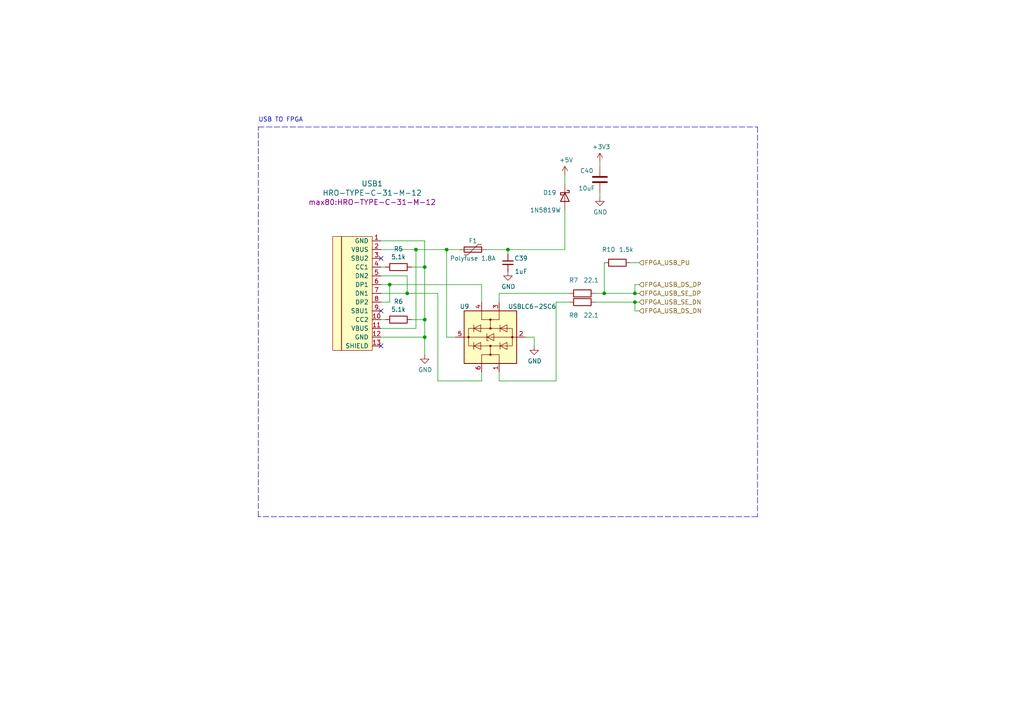
<source format=kicad_sch>
(kicad_sch (version 20211123) (generator eeschema)
  (paper "A4")
  (title_block (title "MAX80") (date "2021-02-22") (rev "0.01") (company "Peter o Per"))
  (lib_symbols
    (symbol "Device:C" (pin_numbers hide) (pin_names (offset 0.254))
      (property "Reference" "C" (at 0.635 2.54 0))
      (property "Value" "Device_C" (at 0.635 -2.54 0))
      (symbol "C_0_1"
        (polyline (pts (xy -2.032 -0.762) (xy 2.032 -0.762)) (stroke (width 0.508)))
        (polyline (pts (xy -2.032 0.762) (xy 2.032 0.762)) (stroke (width 0.508)))
      )
      (symbol "C_1_1"
        (pin passive line (at 0 3.81 270) (length 2.794) (name "~") (number "1"))
        (pin passive line (at 0 -3.81 90) (length 2.794) (name "~") (number "2"))
      )
    )
    (symbol "Device:C_Small" (pin_numbers hide) (pin_names (offset 0.254) hide)
      (property "Reference" "C" (at 0.254 1.778 0))
      (property "Value" "Device_C_Small" (at 0.254 -2.032 0))
      (symbol "C_Small_0_1"
        (polyline (pts (xy -1.524 -0.508) (xy 1.524 -0.508)) (stroke (width 0.3302)))
        (polyline (pts (xy -1.524 0.508) (xy 1.524 0.508)) (stroke (width 0.3048)))
      )
      (symbol "C_Small_1_1"
        (pin passive line (at 0 2.54 270) (length 2.032) (name "~") (number "1"))
        (pin passive line (at 0 -2.54 90) (length 2.032) (name "~") (number "2"))
      )
    )
    (symbol "Device:D_Schottky" (pin_numbers hide) (pin_names (offset 1.016) hide)
      (property "Reference" "D" (at 0 2.54 0))
      (property "Value" "Device_D_Schottky" (at 0 -2.54 0))
      (symbol "D_Schottky_0_1"
        (polyline (pts (xy 1.27 0) (xy -1.27 0)))
        (polyline (pts (xy 1.27 1.27) (xy 1.27 -1.27) (xy -1.27 0) (xy 1.27 1.27)) (stroke (width 0.254)))
        (polyline (pts (xy -1.905 0.635) (xy -1.905 1.27) (xy -1.27 1.27) (xy -1.27 -1.27) (xy -0.635 -1.27) (xy -0.635 -0.635)) (stroke (width 0.254)))
      )
      (symbol "D_Schottky_1_1"
        (pin passive line (at -3.81 0 0) (length 2.54) (name "K") (number "1"))
        (pin passive line (at 3.81 0 180) (length 2.54) (name "A") (number "2"))
      )
    )
    (symbol "Device:Polyfuse" (pin_numbers hide) (pin_names (offset 0))
      (property "Reference" "F" (at -2.54 0 90))
      (property "Value" "Device_Polyfuse" (at 2.54 0 90))
      (symbol "Polyfuse_0_1"
        (rectangle (start -0.762 2.54) (end 0.762 -2.54) (stroke (width 0.254)))
        (polyline (pts (xy 0 2.54) (xy 0 -2.54)))
        (polyline (pts (xy -1.524 2.54) (xy -1.524 1.524) (xy 1.524 -1.524) (xy 1.524 -2.54)))
      )
      (symbol "Polyfuse_1_1"
        (pin passive line (at 0 3.81 270) (length 1.27) (name "~") (number "1"))
        (pin passive line (at 0 -3.81 90) (length 1.27) (name "~") (number "2"))
      )
    )
    (symbol "Device:R" (pin_numbers hide) (pin_names (offset 0))
      (property "Reference" "R" (at 2.032 0 90))
      (property "Value" "Device_R" (at 0 0 90))
      (symbol "R_0_1"
        (rectangle (start -1.016 -2.54) (end 1.016 2.54) (stroke (width 0.254)))
      )
      (symbol "R_1_1"
        (pin passive line (at 0 3.81 270) (length 1.27) (name "~") (number "1"))
        (pin passive line (at 0 -3.81 90) (length 1.27) (name "~") (number "2"))
      )
    )
    (symbol "Power_Protection:USBLC6-2SC6" (pin_names hide)
      (property "Reference" "U" (at 2.54 8.89 0))
      (property "Value" "Power_Protection_USBLC6-2SC6" (at 2.54 -8.89 0))
      (symbol "USBLC6-2SC6_0_1"
        (rectangle (start -7.62 -7.62) (end 7.62 7.62) (stroke (width 0.254)) (fill (type background)))
        (circle (center -5.08 0) (radius 0.254) (fill (type outline)))
        (circle (center -2.54 0) (radius 0.254) (fill (type outline)))
        (rectangle (start -2.54 6.35) (end 2.54 -6.35))
        (circle (center 0 -6.35) (radius 0.254) (fill (type outline)))
        (polyline (pts (xy -5.08 -2.54) (xy -7.62 -2.54)))
        (polyline (pts (xy -5.08 0) (xy -5.08 -2.54)))
        (polyline (pts (xy -5.08 2.54) (xy -7.62 2.54)))
        (polyline (pts (xy -1.524 -2.794) (xy -3.556 -2.794)))
        (polyline (pts (xy -1.524 4.826) (xy -3.556 4.826)))
        (polyline (pts (xy 0 -7.62) (xy 0 -6.35)))
        (polyline (pts (xy 0 -6.35) (xy 0 1.27)))
        (polyline (pts (xy 0 1.27) (xy 0 6.35)))
        (polyline (pts (xy 0 6.35) (xy 0 7.62)))
        (polyline (pts (xy 1.524 -2.794) (xy 3.556 -2.794)))
        (polyline (pts (xy 1.524 4.826) (xy 3.556 4.826)))
        (polyline (pts (xy 5.08 -2.54) (xy 7.62 -2.54)))
        (polyline (pts (xy 5.08 0) (xy 5.08 -2.54)))
        (polyline (pts (xy 5.08 2.54) (xy 7.62 2.54)))
        (polyline (pts (xy -2.54 0) (xy -5.08 0) (xy -5.08 2.54)))
        (polyline (pts (xy 2.54 0) (xy 5.08 0) (xy 5.08 2.54)))
        (polyline (pts (xy -3.556 -4.826) (xy -1.524 -4.826) (xy -2.54 -2.794) (xy -3.556 -4.826)))
        (polyline (pts (xy -3.556 2.794) (xy -1.524 2.794) (xy -2.54 4.826) (xy -3.556 2.794)))
        (polyline (pts (xy -1.016 -1.016) (xy 1.016 -1.016) (xy 0 1.016) (xy -1.016 -1.016)))
        (polyline (pts (xy 1.016 1.016) (xy 0.762 1.016) (xy -1.016 1.016) (xy -1.016 0.508)))
        (polyline (pts (xy 3.556 -4.826) (xy 1.524 -4.826) (xy 2.54 -2.794) (xy 3.556 -4.826)))
        (polyline (pts (xy 3.556 2.794) (xy 1.524 2.794) (xy 2.54 4.826) (xy 3.556 2.794)))
        (circle (center 0 6.35) (radius 0.254) (fill (type outline)))
        (circle (center 2.54 0) (radius 0.254) (fill (type outline)))
        (circle (center 5.08 0) (radius 0.254) (fill (type outline)))
      )
      (symbol "USBLC6-2SC6_1_1"
        (pin passive line (at -10.16 -2.54 0) (length 2.54) (name "I/O1") (number "1"))
        (pin passive line (at 0 -10.16 90) (length 2.54) (name "GND") (number "2"))
        (pin passive line (at 10.16 -2.54 180) (length 2.54) (name "I/O2") (number "3"))
        (pin passive line (at 10.16 2.54 180) (length 2.54) (name "I/O2") (number "4"))
        (pin passive line (at 0 10.16 270) (length 2.54) (name "VBUS") (number "5"))
        (pin passive line (at -10.16 2.54 0) (length 2.54) (name "I/O1") (number "6"))
      )
    )
    (symbol "max80:HRO-TYPE-C-31-M-12" (pin_names (offset 1.016))
      (property "Reference" "USB" (at -5.08 16.51 0))
      (property "Value" "HRO-TYPE-C-31-M-12" (at -10.16 -1.27 90))
      (symbol "HRO-TYPE-C-31-M-12_0_1"
        (rectangle (start -11.43 15.24) (end -8.89 -17.78) (fill (type background)))
        (rectangle (start 0 -17.78) (end -8.89 15.24) (fill (type background)))
      )
      (symbol "HRO-TYPE-C-31-M-12_1_1"
        (pin input line (at 2.54 13.97 180) (length 2.54) (name "GND") (number "1"))
        (pin input line (at 2.54 -8.89 180) (length 2.54) (name "CC2") (number "10"))
        (pin input line (at 2.54 -11.43 180) (length 2.54) (name "VBUS") (number "11"))
        (pin input line (at 2.54 -13.97 180) (length 2.54) (name "GND") (number "12"))
        (pin input line (at 2.54 -16.51 180) (length 2.54) (name "SHIELD") (number "13"))
        (pin input line (at 2.54 11.43 180) (length 2.54) (name "VBUS") (number "2"))
        (pin input line (at 2.54 8.89 180) (length 2.54) (name "SBU2") (number "3"))
        (pin input line (at 2.54 6.35 180) (length 2.54) (name "CC1") (number "4"))
        (pin input line (at 2.54 3.81 180) (length 2.54) (name "DN2") (number "5"))
        (pin input line (at 2.54 1.27 180) (length 2.54) (name "DP1") (number "6"))
        (pin input line (at 2.54 -1.27 180) (length 2.54) (name "DN1") (number "7"))
        (pin input line (at 2.54 -3.81 180) (length 2.54) (name "DP2") (number "8"))
        (pin input line (at 2.54 -6.35 180) (length 2.54) (name "SBU1") (number "9"))
      )
    )
    (symbol "power:+3.3V" (power) (pin_names (offset 0))
      (property "Value" "power_+3.3V" (at 0 3.556 0))
      (symbol "+3.3V_0_1"
        (polyline (pts (xy -0.762 1.27) (xy 0 2.54)))
        (polyline (pts (xy 0 0) (xy 0 2.54)))
        (polyline (pts (xy 0 2.54) (xy 0.762 1.27)))
      )
      (symbol "+3.3V_1_1"
        (pin power_in line (at 0 0 90) (length 0) hide (name "+3V3") (number "1"))
      )
    )
    (symbol "power:+5V" (power) (pin_names (offset 0))
      (property "Value" "power_+5V" (at 0 3.556 0))
      (symbol "+5V_0_1"
        (polyline (pts (xy -0.762 1.27) (xy 0 2.54)))
        (polyline (pts (xy 0 0) (xy 0 2.54)))
        (polyline (pts (xy 0 2.54) (xy 0.762 1.27)))
      )
      (symbol "+5V_1_1"
        (pin power_in line (at 0 0 90) (length 0) hide (name "+5V") (number "1"))
      )
    )
    (symbol "power:GND" (power) (pin_names (offset 0))
      (property "Value" "power_GND" (at 0 -3.81 0))
      (symbol "GND_0_1"
        (polyline (pts (xy 0 0) (xy 0 -1.27) (xy 1.27 -1.27) (xy 0 -2.54) (xy -1.27 -1.27) (xy 0 -1.27)))
      )
      (symbol "GND_1_1"
        (pin power_in line (at 0 0 270) (length 0) hide (name "GND") (number "1"))
      )
    )
  )
  (junction (at 120.65 72.39))
  (junction (at 123.19 92.71))
  (junction (at 147.32 72.39))
  (junction (at 123.19 77.47))
  (junction (at 129.54 72.39))
  (junction (at 113.03 82.55))
  (junction (at 123.19 97.79))
  (junction (at 184.15 85.09))
  (junction (at 184.15 87.63))
  (junction (at 118.11 85.09))
  (junction (at 175.26 85.09))
  (no_connect (at 110.49 100.33))
  (no_connect (at 110.49 90.17))
  (no_connect (at 110.49 74.93))
  (wire (pts (xy 184.15 82.55) (xy 185.42 82.55)))
  (polyline (pts (xy 219.71 36.83) (xy 219.71 149.86)))
  (wire (pts (xy 139.7 110.49) (xy 139.7 107.95)))
  (wire (pts (xy 129.54 97.79) (xy 132.08 97.79)))
  (wire (pts (xy 113.03 82.55) (xy 139.7 82.55)))
  (wire (pts (xy 110.49 69.85) (xy 123.19 69.85)))
  (wire (pts (xy 110.49 87.63) (xy 113.03 87.63)))
  (wire (pts (xy 123.19 69.85) (xy 123.19 77.47)))
  (wire (pts (xy 140.97 72.39) (xy 147.32 72.39)))
  (wire (pts (xy 120.65 72.39) (xy 120.65 95.25)))
  (wire (pts (xy 119.38 77.47) (xy 123.19 77.47)))
  (wire (pts (xy 172.72 85.09) (xy 175.26 85.09)))
  (wire (pts (xy 144.78 85.09) (xy 165.1 85.09)))
  (wire (pts (xy 172.72 87.63) (xy 184.15 87.63)))
  (wire (pts (xy 152.4 97.79) (xy 154.94 97.79)))
  (wire (pts (xy 184.15 85.09) (xy 184.15 82.55)))
  (polyline (pts (xy 219.71 149.86) (xy 74.93 149.86)))
  (wire (pts (xy 110.49 80.01) (xy 118.11 80.01)))
  (wire (pts (xy 173.99 46.99) (xy 173.99 48.26)))
  (wire (pts (xy 110.49 72.39) (xy 120.65 72.39)))
  (polyline (pts (xy 74.93 149.86) (xy 74.93 36.83)))
  (wire (pts (xy 147.32 72.39) (xy 163.83 72.39)))
  (wire (pts (xy 123.19 77.47) (xy 123.19 92.71)))
  (wire (pts (xy 129.54 97.79) (xy 129.54 72.39)))
  (wire (pts (xy 123.19 92.71) (xy 123.19 97.79)))
  (wire (pts (xy 184.15 85.09) (xy 185.42 85.09)))
  (wire (pts (xy 144.78 87.63) (xy 144.78 85.09)))
  (wire (pts (xy 127 85.09) (xy 127 110.49)))
  (wire (pts (xy 175.26 76.2) (xy 175.26 85.09)))
  (wire (pts (xy 182.88 76.2) (xy 185.42 76.2)))
  (wire (pts (xy 184.15 90.17) (xy 185.42 90.17)))
  (wire (pts (xy 110.49 85.09) (xy 118.11 85.09)))
  (wire (pts (xy 110.49 82.55) (xy 113.03 82.55)))
  (wire (pts (xy 110.49 77.47) (xy 111.76 77.47)))
  (wire (pts (xy 119.38 92.71) (xy 123.19 92.71)))
  (wire (pts (xy 118.11 85.09) (xy 127 85.09)))
  (wire (pts (xy 163.83 50.8) (xy 163.83 53.34)))
  (wire (pts (xy 120.65 72.39) (xy 129.54 72.39)))
  (wire (pts (xy 129.54 72.39) (xy 133.35 72.39)))
  (wire (pts (xy 123.19 97.79) (xy 123.19 102.87)))
  (wire (pts (xy 118.11 80.01) (xy 118.11 85.09)))
  (wire (pts (xy 144.78 110.49) (xy 144.78 107.95)))
  (wire (pts (xy 175.26 85.09) (xy 184.15 85.09)))
  (polyline (pts (xy 74.93 36.83) (xy 219.71 36.83)))
  (wire (pts (xy 144.78 110.49) (xy 161.29 110.49)))
  (wire (pts (xy 163.83 60.96) (xy 163.83 72.39)))
  (wire (pts (xy 161.29 87.63) (xy 165.1 87.63)))
  (wire (pts (xy 139.7 82.55) (xy 139.7 87.63)))
  (wire (pts (xy 110.49 92.71) (xy 111.76 92.71)))
  (wire (pts (xy 110.49 97.79) (xy 123.19 97.79)))
  (wire (pts (xy 161.29 110.49) (xy 161.29 87.63)))
  (wire (pts (xy 184.15 87.63) (xy 184.15 90.17)))
  (wire (pts (xy 147.32 72.39) (xy 147.32 73.66)))
  (wire (pts (xy 154.94 97.79) (xy 154.94 100.33)))
  (wire (pts (xy 110.49 95.25) (xy 120.65 95.25)))
  (wire (pts (xy 173.99 55.88) (xy 173.99 57.15)))
  (wire (pts (xy 184.15 87.63) (xy 185.42 87.63)))
  (wire (pts (xy 113.03 87.63) (xy 113.03 82.55)))
  (wire (pts (xy 127 110.49) (xy 139.7 110.49)))
  (text "USB TO FPGA" (at 74.93 35.56 0) (effects (font (size 1.27 1.27)) (justify left bottom)))
  (hierarchical_label "FPGA_USB_SE_DN" (shape input) (at 185.42 87.63 0))
  (hierarchical_label "FPGA_USB_DS_DP" (shape input) (at 185.42 82.55 0))
  (hierarchical_label "FPGA_USB_SE_DP" (shape input) (at 185.42 85.09 0))
  (hierarchical_label "FPGA_USB_PU" (shape input) (at 185.42 76.2 0))
  (hierarchical_label "FPGA_USB_DS_DN" (shape input) (at 185.42 90.17 0))
  (symbol (lib_id "power:GND") (at 173.99 57.15 0) (unit 1)
    (property "Reference" "#PWR016" (effects hide))
    (property "Value" "GND" (at 174.117 61.5442 0))
  )
  (symbol (lib_id "power:GND") (at 147.32 78.74 0) (unit 1)
    (property "Reference" "#PWR013" (effects hide))
    (property "Value" "GND" (at 147.447 83.1342 0))
  )
  (symbol (lib_id "power:GND") (at 154.94 100.33 0) (unit 1)
    (property "Reference" "#PWR015" (effects hide))
    (property "Value" "GND" (at 155.067 104.7242 0))
  )
  (symbol (lib_id "Device:D_Schottky") (at 163.83 57.15 270) (unit 1)
    (property "Reference" "D19" (at 157.48 55.88 90) (effects (justify left)))
    (property "Value" "1N5819W" (at 153.67 60.96 90) (effects (justify left)))
    (property "Footprint" "Diode_SMD:D_SOD-123" (effects hide))
    (property "LCSC" "C963381" (effects hide))
  )
  (symbol (lib_id "power:+5V") (at 163.83 50.8 0) (unit 1)
    (property "Reference" "#PWR0155" (effects hide))
    (property "Value" "+5V" (at 164.211 46.4058 0))
  )
  (symbol (lib_id "power:GND") (at 123.19 102.87 0) (unit 1)
    (property "Reference" "#PWR011" (effects hide))
    (property "Value" "GND" (at 123.317 107.2642 0))
  )
  (symbol (lib_id "Device:R") (at 115.57 92.71 270) (unit 1)
    (property "Reference" "R6" (at 115.57 87.4522 90))
    (property "Value" "5.1k" (at 115.57 89.7636 90))
    (property "Footprint" "Resistor_SMD:R_0402_1005Metric" (effects hide))
    (property "LCSC" "C25905" (effects hide))
  )
  (symbol (lib_id "Device:R") (at 115.57 77.47 270) (unit 1)
    (property "Reference" "R5" (at 115.57 72.2122 90))
    (property "Value" "5.1k" (at 115.57 74.5236 90))
    (property "Footprint" "Resistor_SMD:R_0402_1005Metric" (effects hide))
    (property "LCSC" "C25905" (effects hide))
  )
  (symbol (lib_id "max80:HRO-TYPE-C-31-M-12") (at 107.95 83.82 0) (unit 1)
    (property "Reference" "USB1" (at 107.95 53.2638 0) (effects (font (size 1.524 1.524))))
    (property "Value" "HRO-TYPE-C-31-M-12" (at 107.95 55.9562 0) (effects (font (size 1.524 1.524))))
    (property "Footprint" "max80:HRO-TYPE-C-31-M-12" (at 107.95 58.6486 0) (effects (font (size 1.524 1.524))))
    (property "Datasheet" "https://datasheet.lcsc.com/szlcsc/1811131825_Korean-Hroparts-Elec-TYPE-C-31-M-12_C165948.pdf" (effects hide))
    (property "LCSC" "C165948" (effects hide))
  )
  (symbol (lib_id "Power_Protection:USBLC6-2SC6") (at 142.24 97.79 90) (unit 1)
    (property "Reference" "U9" (at 133.35 88.9 90) (effects (justify right)))
    (property "Value" "USBLC6-2SC6" (at 147.32 88.9 90) (effects (justify right)))
    (property "Footprint" "Package_TO_SOT_SMD:SOT-23-6" (effects hide))
    (property "LCSC" "C7519" (effects hide))
  )
  (symbol (lib_id "Device:Polyfuse") (at 137.16 72.39 270) (unit 1)
    (property "Reference" "F1" (at 137.16 69.85 90))
    (property "Value" "Polyfuse 1.8A" (at 137.16 74.93 90))
    (property "Footprint" "max80:Fuse_1206_3216Metric" (effects hide))
    (property "Datasheet" "https://datasheet.lcsc.com/szlcsc/1811141110_TECHFUSE-nSMD020-30V_C69680.pdf" (effects hide))
    (property "LCSC" "C70082" (effects hide))
  )
  (symbol (lib_id "Device:C_Small") (at 147.32 76.2 0) (mirror y) (unit 1)
    (property "Reference" "C39" (at 151.13 74.93 0))
    (property "Value" "1uF" (at 151.13 78.74 0))
    (property "Footprint" "Capacitor_SMD:C_0805_2012Metric" (effects hide))
    (property "LCSC" "C28323" (effects hide))
  )
  (symbol (lib_id "Device:C") (at 173.99 52.07 0) (unit 1)
    (property "Reference" "C40" (at 170.18 49.53 0))
    (property "Value" "10uF" (at 170.18 54.61 0))
    (property "Footprint" "Capacitor_SMD:C_0805_2012Metric" (effects hide))
    (property "LCSC" "C15850" (effects hide))
  )
  (symbol (lib_id "Device:R") (at 179.07 76.2 270) (unit 1)
    (property "Reference" "R10" (at 176.53 72.39 90))
    (property "Value" "1.5k" (at 181.61 72.39 90))
    (property "Footprint" "Resistor_SMD:R_0603_1608Metric" (effects hide))
    (property "LCSC" "C22843" (effects hide))
  )
  (symbol (lib_id "Device:R") (at 168.91 85.09 270) (unit 1)
    (property "Reference" "R7" (at 166.37 81.28 90))
    (property "Value" "22.1" (at 171.45 81.28 90))
    (property "Footprint" "Resistor_SMD:R_0603_1608Metric" (effects hide))
    (property "LCSC" "C22958" (effects hide))
  )
  (symbol (lib_id "Device:R") (at 168.91 87.63 270) (unit 1)
    (property "Reference" "R8" (at 166.37 91.44 90))
    (property "Value" "22.1" (at 171.45 91.44 90))
    (property "Footprint" "Resistor_SMD:R_0603_1608Metric" (effects hide))
    (property "LCSC" "C22958" (effects hide))
  )
  (symbol (lib_id "power:+3.3V") (at 173.99 46.99 0) (unit 1)
    (property "Reference" "#PWR0198" (effects hide))
    (property "Value" "+3.3V" (at 174.371 42.5958 0))
  )
)
</source>
